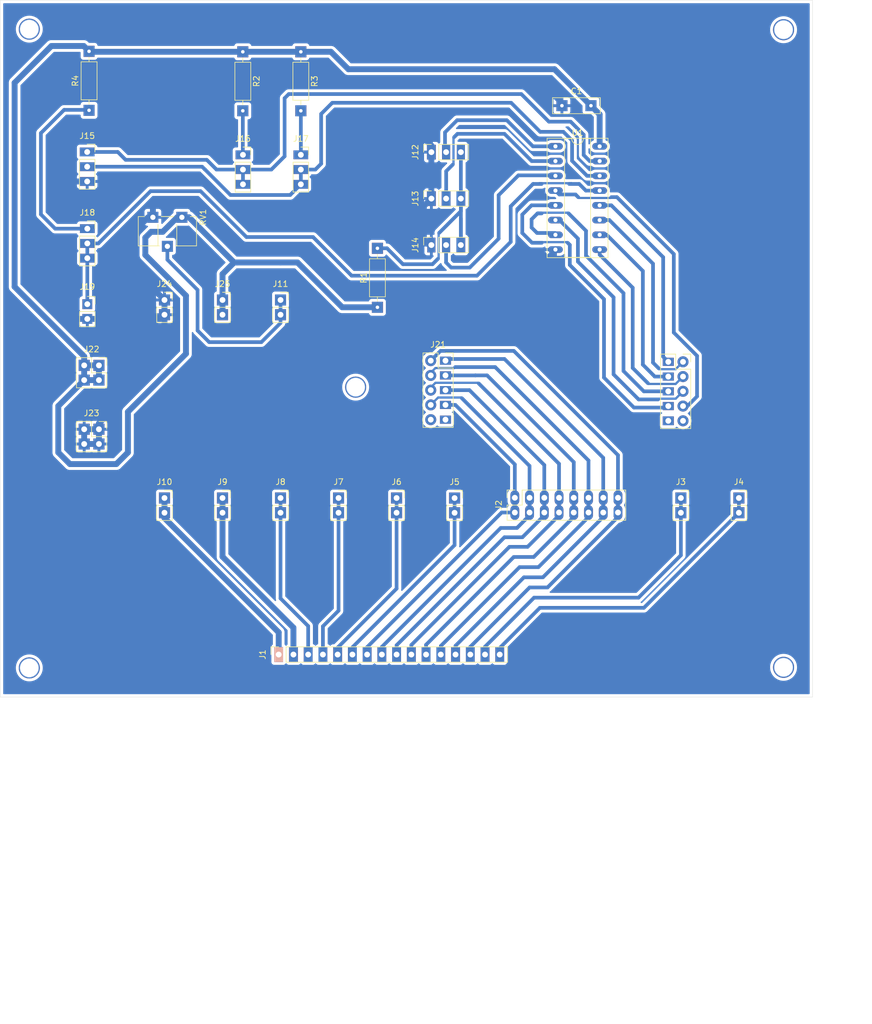
<source format=kicad_pcb>
(kicad_pcb (version 20240108) (generator "pcbnew") (generator_version "8.0")
  (layers (0 "F.Cu" signal) (31 "B.Cu" signal) (34 "B.Paste" user) (35 "F.Paste" user) (36 "B.SilkS" user "B.Silkscreen") (37 "F.SilkS" user "F.Silkscreen") (38 "B.Mask" user) (39 "F.Mask" user) (44 "Edge.Cuts" user))
  (net 0 "")
  (net 1 "GND")
  (net 2 "VCC")
  (net 3 "Net-(J1-Pin_1)")
  (net 4 "/PCF_CONN_BUS7")
  (net 5 "/PCF_CONN_BUS4")
  (net 6 "Net-(J1-Pin_15)")
  (net 7 "/PCF_CONN_BUS6")
  (net 8 "Net-(J1-Pin_5)")
  (net 9 "Net-(J1-Pin_3)")
  (net 10 "/PCF_CONN_BUS2")
  (net 11 "/PCF_CONN_BUS3")
  (net 12 "Net-(J1-Pin_6)")
  (net 13 "/PCF_CONN_BUS1")
  (net 14 "Net-(J1-Pin_4)")
  (net 15 "/PCF_CONN_BUS0")
  (net 16 "Net-(J1-Pin_16)")
  (net 17 "Net-(J1-Pin_2)")
  (net 18 "/PCF_CONN_BUS5")
  (net 19 "Net-(J11-Pin_1)")
  (net 20 "Net-(J12-Pin_2)")
  (net 21 "Net-(J12-Pin_3)")
  (net 22 "Net-(J13-Pin_2)")
  (net 23 "Net-(J14-Pin_2)")
  (net 24 "Net-(J15-Pin_2)")
  (net 25 "Net-(J15-Pin_1)")
  (net 26 "Net-(J16-Pin_1)")
  (net 27 "Net-(J17-Pin_1)")
  (net 28 "Net-(J18-Pin_2)")
  (net 29 "Net-(J18-Pin_1)")
  (net 31 "/PCF_SIGNAL_BUS3")
  (net 32 "/PCF_SIGNAL_BUS1")
  (net 33 "/PCF_SIGNAL_BUS5")
  (net 34 "/PCF_SIGNAL_BUS0")
  (net 35 "/PCF_SIGNAL_BUS6")
  (net 37 "/PCF_SIGNAL_BUS4")
  (net 38 "/PCF_SIGNAL_BUS7")
  (net 39 "/PCF_SIGNAL_BUS2")
  (footprint "Library:PinSocket_1x02_P2.54mm_Vertical_square" (layer "F.Cu") (at 60.3 64.74)
    (property "Reference" "J11")
    (property "Value" "PRV0")
  )
  (footprint "Connector_PinSocket_2.54mm:PinSocket_2x02_P2.54mm_Vertical" (layer "F.Cu") (at 29 87)
    (property "Reference" "J23")
    (property "Value" "GND")
  )
  (footprint "Library:R_Axial_DIN0207_L6.3mm_D2.5mm_P10.16mm_Horizontal_square" (layer "F.Cu") (at 27.3 32.08 90)
    (property "Reference" "R4")
    (property "Value" "10k")
  )
  (footprint "Library:PinSocket_1x02_P2.54mm_Vertical_square" (layer "F.Cu") (at 50.3 64.74)
    (property "Reference" "J25")
    (property "Value" "Vcc")
  )
  (footprint "Library:PinSocket_1x03_P2.54mm_Vertical" (layer "F.Cu") (at 86.3 47.28 90)
    (property "Reference" "J13")
    (property "Value" "A1")
  )
  (footprint "Capacitor_THT:C_Disc_D8.0mm_W2.5mm_P5.00mm" (layer "F.Cu") (at 108.8 31.28)
    (property "Reference" "C1")
    (property "Value" "47n")
  )
  (footprint "Library:PinSocket_1x02_P2.54mm_Vertical_square" (layer "F.Cu") (at 90.3 98.85)
    (property "Reference" "J5")
    (property "Value" "E")
  )
  (footprint "Connector_PinSocket_2.54mm:PinSocket_1x02_P2.54mm_Vertical" (layer "F.Cu") (at 27 65.46)
    (property "Reference" "J19")
    (property "Value" "INT")
  )
  (footprint "Connector_PinSocket_2.54mm:PinSocket_2x02_P2.54mm_Vertical" (layer "F.Cu") (at 29 76)
    (property "Reference" "J22")
    (property "Value" "Vcc")
  )
  (footprint "Library:PinSocket_1x03_P2.54mm_Vertical" (layer "F.Cu") (at 27 52.46)
    (property "Reference" "J18")
    (property "Value" "PULL UP")
  )
  (footprint "Library:PinSocket_2x05_P2.54mm_Vertical_LEZKA" (layer "F.Cu") (at 129.67 75.39)
    (property "Reference" "J20" (hide yes))
    (property "Value" "Conn_02x05_Counter_Clockwise" (hide yes))
  )
  (footprint "Library:R_Axial_DIN0207_L6.3mm_D2.5mm_P10.16mm_Horizontal_square" (layer "F.Cu") (at 53.8 22 -90)
    (property "Reference" "R2")
    (property "Value" "4,7k")
  )
  (footprint "Library:PinSocket_2x05_P2.54mm_Vertical_LEZKA" (layer "F.Cu") (at 88.73 75.19)
    (property "Reference" "J21")
    (property "Value" "Conn_02x05_Counter_Clockwise" (hide yes))
  )
  (footprint "Library:PinSocket_1x02_P2.54mm_Vertical_square" (layer "F.Cu") (at 50.3 98.84)
    (property "Reference" "J9")
    (property "Value" "Vdd")
  )
  (footprint "Library:PinSocket_1x03_P2.54mm_Vertical" (layer "F.Cu") (at 86.3 39.28 90)
    (property "Reference" "J12")
    (property "Value" "A0")
  )
  (footprint "Connector_PinSocket_2.54mm:PinSocket_1x16_P2.54mm_Vertical" (layer "F.Cu") (at 59.985 125.8 90)
    (property "Reference" "J1")
    (property "Value" "Złącze LCD")
  )
  (footprint "Package_DIP:DIP-16_W7.62mm_Socket_LongPads" (layer "F.Cu") (at 107.68 38.28)
    (property "Reference" "U1")
    (property "Value" "PCF8574")
  )
  (footprint "Library:PinSocket_1x02_P2.54mm_Vertical_square" (layer "F.Cu") (at 40.3 98.84)
    (property "Reference" "J10")
    (property "Value" "Vss")
  )
  (footprint "Library:PinSocket_1x03_P2.54mm_Vertical" (layer "F.Cu") (at 63.8 39.74)
    (property "Reference" "J17")
    (property "Value" "PULL UP")
  )
  (footprint "Library:PinSocket_1x03_P2.54mm_Vertical" (layer "F.Cu") (at 26.975 39.25)
    (property "Reference" "J15")
    (property "Value" "I2C")
  )
  (footprint "Library:PinSocket_1x02_P2.54mm_Vertical_square" (layer "F.Cu") (at 40.3 64.74)
    (property "Reference" "J24")
    (property "Value" "GND")
  )
  (footprint "Library:PinSocket_1x03_P2.54mm_Vertical" (layer "F.Cu") (at 86.295 55.28 90)
    (property "Reference" "J14")
    (property "Value" "A2")
  )
  (footprint "Library:PinSocket_1x02_P2.54mm_Vertical_square" (layer "F.Cu") (at 60.3 98.84)
    (property "Reference" "J8")
    (property "Value" "V0")
  )
  (footprint "Library:R_Axial_DIN0207_L6.3mm_D2.5mm_P10.16mm_Horizontal_square" (layer "F.Cu") (at 63.8 22 -90)
    (property "Reference" "R3")
    (property "Value" "4,7k")
  )
  (footprint "Library:R_Axial_DIN0207_L6.3mm_D2.5mm_P10.16mm_Horizontal_square" (layer "F.Cu") (at 77 66 90)
    (property "Reference" "R1")
    (property "Value" "10k")
  )
  (footprint "Library:PinSocket_1x03_P2.54mm_Vertical" (layer "F.Cu") (at 53.825 39.74)
    (property "Reference" "J16")
    (property "Value" "PULL UP")
  )
  (footprint "Connector_PinSocket_2.54mm:PinSocket_2x08_P2.54mm_Vertical" (layer "F.Cu") (at 100.68 98.8 90)
    (property "Reference" "J2")
    (property "Value" "Conn_02x08_Counter_Clockwise" (hide yes))
  )
  (footprint "Library:PinSocket_1x02_P2.54mm_Vertical_square" (layer "F.Cu") (at 70.3 98.84)
    (property "Reference" "J7")
    (property "Value" "RS")
  )
  (footprint "Library:PinSocket_1x02_P2.54mm_Vertical_square" (layer "F.Cu") (at 139.3 98.84)
    (property "Reference" "J4")
    (property "Value" "K")
  )
  (footprint "Library:PinSocket_1x02_P2.54mm_Vertical_square" (layer "F.Cu") (at 129.3 98.84)
    (property "Reference" "J3")
    (property "Value" "A")
  )
  (footprint "Potentiometer_THT:Potentiometer_ACP_CA9-H5_Horizontal" (layer "F.Cu") (at 43.3 50.5 -90)
    (property "Reference" "RV1")
    (property "Value" "10k")
  )
  (footprint "Library:PinSocket_1x02_P2.54mm_Vertical_square" (layer "F.Cu") (at 80.3 98.84)
    (property "Reference" "J6")
    (property "Value" "RW")
  )
  (gr_rect (start 12 13.13) (end 152 133.13) (stroke (width 0.05)) (fill none) (layer "Edge.Cuts"))
  (via (at 17 18.1) (size 3.635) (drill 3.2) (layers "F.Cu" "B.Cu") (net 0))
  (via (at 147 128) (size 3.635) (drill 3.2) (layers "F.Cu" "B.Cu") (net 0))
  (via (at 17 128.1) (size 3.635) (drill 3.2) (layers "F.Cu" "B.Cu") (net 0))
  (via (at 73.25 79.75) (size 3.635) (drill 3.2) (layers "F.Cu" "B.Cu") (net 0))
  (via (at 147 18.2) (size 3.635) (drill 3.2) (layers "F.Cu" "B.Cu") (net 0))
  (segment (start 29 87) (end 29 89.54) (width 1.016) (layer "B.Cu") (net 1))
  (segment (start 30.5 34.25) (end 30.5 29.5) (width 1.016) (layer "B.Cu") (net 1))
  (segment (start 108.8 30.8) (end 108.8 31.28) (width 1.016) (layer "B.Cu") (net 1))
  (segment (start 17.4125 34.5875) (end 24.72 27.28) (width 1.016) (layer "B.Cu") (net 1))
  (segment (start 38.3 50.5) (end 38.3 48.7) (width 1.016) (layer "B.Cu") (net 1))
  (segment (start 34 44.33) (end 47.095064 44.33) (width 1.016) (layer "B.Cu") (net 1))
  (segment (start 30.5 29.5) (end 28.28 27.28) (width 1.016) (layer "B.Cu") (net 1))
  (segment (start 39 48) (end 45.92 48) (width 1.016) (layer "B.Cu") (net 1))
  (segment (start 28 27.28) (end 105.28 27.28) (width 1.016) (layer "B.Cu") (net 1))
  (segment (start 21.5 44.75) (end 21.5 36.75) (width 1.016) (layer "B.Cu") (net 1))
  (segment (start 47.095064 44.33) (end 54.645064 51.88) (width 1.016) (layer "B.Cu") (net 1))
  (segment (start 40.3 67.28) (end 40.3 74.7) (width 1.016) (layer "B.Cu") (net 1))
  (segment (start 86.3 38.15) (end 86.3 39.28) (width 1.016) (layer "B.Cu") (net 1))
  (segment (start 25.134 68) (end 24 66.866) (width 1.016) (layer "B.Cu") (net 1))
  (segment (start 105.28 27.28) (end 108.8 30.8) (width 1.016) (layer "B.Cu") (net 1))
  (segment (start 21.5 44.75) (end 21.92 44.33) (width 1.016) (layer "B.Cu") (net 1))
  (segment (start 101.776 62.1445) (end 107.68 56.2405) (width 1.016) (layer "B.Cu") (net 1))
  (segment (start 38.3 48.7) (end 39 48) (width 1.016) (layer "B.Cu") (net 1))
  (segment (start 85 48.58) (end 85 54.330468) (width 1.016) (layer "B.Cu") (net 1))
  (segment (start 85 54.330468) (end 85.949532 55.28) (width 1.016) (layer "B.Cu") (net 1))
  (segment (start 26.46 87) (end 26.46 89.54) (width 1.016) (layer "B.Cu") (net 1))
  (segment (start 26.46 89.54) (end 29 89.54) (width 1.016) (layer "B.Cu") (net 1))
  (segment (start 86.3 47.28) (end 86.3 39.28) (width 1.016) (layer "B.Cu") (net 1))
  (segment (start 24 59) (end 17.4125 52.4125) (width 1.016) (layer "B.Cu") (net 1))
  (segment (start 37.5 50.5) (end 35 53) (width 1.016) (layer "B.Cu") (net 1))
  (segment (start 24 47.25) (end 31.08 47.25) (width 1.016) (layer "B.Cu") (net 1))
  (segment (start 39.58 68) (end 40.3 67.28) (width 1.016) (layer "B.Cu") (net 1))
  (segment (start 27 68) (end 25.134 68) (width 1.016) (layer "B.Cu") (net 1))
  (segment (start 17.4125 52.4125) (end 17.4125 34.5875) (width 1.016) (layer "B.Cu") (net 1))
  (segment (start 24.72 27.28) (end 28 27.28) (width 1.016) (layer "B.Cu") (net 1))
  (segment (start 83.59 35.44) (end 86.3 38.15) (width 1.016) (layer "B.Cu") (net 1))
  (segment (start 54.645064 51.88) (end 60.84 51.88) (width 1.016) (layer "B.Cu") (net 1))
  (segment (start 22.75 35.5) (end 29.25 35.5) (width 1.016) (layer "B.Cu") (net 1))
  (segment (start 26.46 87) (end 29 87) (width 1.016) (layer "B.Cu") (net 1))
  (segment (start 29.25 35.5) (end 30.5 34.25) (width 1.016) (layer "B.Cu") (net 1))
  (segment (start 38.3 50.5) (end 37.5 50.5) (width 1.016) (layer "B.Cu") (net 1))
  (segment (start 21.92 44.33) (end 26.975 44.33) (width 1.016) (layer "B.Cu") (net 1))
  (segment (start 40.3 74.7) (end 29 86) (width 1.016) (layer "B.Cu") (net 1))
  (segment (start 29 86) (end 29 87) (width 1.016) (layer "B.Cu") (net 1))
  (segment (start 27 68) (end 39.58 68) (width 1.016) (layer "B.Cu") (net 1))
  (segment (start 21.5 44.75) (end 24 47.25) (width 1.016) (layer "B.Cu") (net 1))
  (segment (start 35 59.44) (end 40.3 64.74) (width 1.016) (layer "B.Cu") (net 1))
  (segment (start 70.1445 62.1445) (end 101.776 62.1445) (width 1.016) (layer "B.Cu") (net 1))
  (segment (start 60.84 51.88) (end 77.28 35.44) (width 1.016) (layer "B.Cu") (net 1))
  (segment (start 45.92 48) (end 53.86 55.94) (width 1.016) (layer "B.Cu") (net 1))
  (segment (start 86.3 47.28) (end 85 48.58) (width 1.016) (layer "B.Cu") (net 1))
  (segment (start 63.94 55.94) (end 70.1445 62.1445) (width 1.016) (layer "B.Cu") (net 1))
  (segment (start 53.86 55.94) (end 63.94 55.94) (width 1.016) (layer "B.Cu") (net 1))
  (segment (start 28.28 27.28) (end 28 27.28) (width 1.016) (layer "B.Cu") (net 1))
  (segment (start 86.3 47.28) (end 86.3 47.255) (width 1.016) (layer "B.Cu") (net 1))
  (segment (start 35 53) (end 35 59.44) (width 1.016) (layer "B.Cu") (net 1))
  (segment (start 24 66.866) (end 24 59) (width 1.016) (layer "B.Cu") (net 1))
  (segment (start 40.3 64.74) (end 40.3 67.28) (width 1.016) (layer "B.Cu") (net 1))
  (segment (start 31.08 47.25) (end 34 44.33) (width 1.016) (layer "B.Cu") (net 1))
  (segment (start 21.5 36.75) (end 22.75 35.5) (width 1.016) (layer "B.Cu") (net 1))
  (segment (start 77.28 35.44) (end 83.59 35.44) (width 1.016) (layer "B.Cu") (net 1))
  (segment (start 52.3 58.28) (end 52.8 58.28) (width 1.016) (layer "B.Cu") (net 2))
  (segment (start 26.46 76) (end 29 76) (width 1.016) (layer "B.Cu") (net 2))
  (segment (start 113.8 31.28) (end 107.52 25) (width 1.016) (layer "B.Cu") (net 2))
  (segment (start 29 76) (end 29 78.54) (width 1.016) (layer "B.Cu") (net 2))
  (segment (start 14.47 27.34) (end 14.47 62.47) (width 1.016) (layer "B.Cu") (net 2))
  (segment (start 70.94 66) (end 64.08 59.14) (width 1.016) (layer "B.Cu") (net 2))
  (segment (start 68.99 22) (end 27.38 22) (width 1.016) (layer "B.Cu") (net 2))
  (segment (start 77 66) (end 70.94 66) (width 1.016) (layer "B.Cu") (net 2))
  (segment (start 27.38 22) (end 27.3 21.92) (width 1.016) (layer "B.Cu") (net 2))
  (segment (start 22 91) (end 22 83) (width 1.016) (layer "B.Cu") (net 2))
  (segment (start 22 83) (end 26.46 78.54) (width 1.016) (layer "B.Cu") (net 2))
  (segment (start 63.22 58.28) (end 64.08 59.14) (width 1.016) (layer "B.Cu") (net 2))
  (segment (start 14.47 62.47) (end 26.46 74.46) (width 1.016) (layer "B.Cu") (net 2))
  (segment (start 20.81 21) (end 14.47 27.34) (width 1.016) (layer "B.Cu") (net 2))
  (segment (start 50.3 60.28) (end 52.3 58.28) (width 1.016) (layer "B.Cu") (net 2))
  (segment (start 26.46 78.54) (end 26.46 76) (width 1.016) (layer "B.Cu") (net 2))
  (segment (start 71.99 25) (end 68.99 22) (width 1.016) (layer "B.Cu") (net 2))
  (segment (start 42.5 50.5) (end 40 53) (width 1.016) (layer "B.Cu") (net 2))
  (segment (start 50.3 64.74) (end 50.3 60.28) (width 1.016) (layer "B.Cu") (net 2))
  (segment (start 50.3 67.28) (end 50.3 64.74) (width 1.016) (layer "B.Cu") (net 2))
  (segment (start 26.38 21) (end 20.81 21) (width 1.016) (layer "B.Cu") (net 2))
  (segment (start 32 93) (end 24 93) (width 1.016) (layer "B.Cu") (net 2))
  (segment (start 60.29 58.28) (end 63.22 58.28) (width 1.016) (layer "B.Cu") (net 2))
  (segment (start 26.46 78.54) (end 29 78.54) (width 1.016) (layer "B.Cu") (net 2))
  (segment (start 26.46 74.46) (end 26.46 76) (width 1.016) (layer "B.Cu") (net 2))
  (segment (start 43.3 50.5) (end 42.5 50.5) (width 1.016) (layer "B.Cu") (net 2))
  (segment (start 44 74) (end 34 84) (width 1.016) (layer "B.Cu") (net 2))
  (segment (start 40 53) (end 38 53) (width 1.016) (layer "B.Cu") (net 2))
  (segment (start 115.3 32.78) (end 113.8 31.28) (width 1.016) (layer "B.Cu") (net 2))
  (segment (start 37 56.995) (end 44 63.995) (width 1.016) (layer "B.Cu") (net 2))
  (segment (start 115.3 38.28) (end 115.3 32.78) (width 1.016) (layer "B.Cu") (net 2))
  (segment (start 107.52 25) (end 71.99 25) (width 1.016) (layer "B.Cu") (net 2))
  (segment (start 24 93) (end 22 91) (width 1.016) (layer "B.Cu") (net 2))
  (segment (start 27.3 21.92) (end 26.38 21) (width 1.016) (layer "B.Cu") (net 2))
  (segment (start 34 91) (end 32 93) (width 1.016) (layer "B.Cu") (net 2))
  (segment (start 34 84) (end 34 91) (width 1.016) (layer "B.Cu") (net 2))
  (segment (start 52.8 58.28) (end 60.29 58.28) (width 1.016) (layer "B.Cu") (net 2))
  (segment (start 44.52 50.5) (end 52.3 58.28) (width 1.016) (layer "B.Cu") (net 2))
  (segment (start 37 54) (end 37 56.995) (width 1.016) (layer "B.Cu") (net 2))
  (segment (start 43.3 50.5) (end 44.52 50.5) (width 1.016) (layer "B.Cu") (net 2))
  (segment (start 44 63.995) (end 44 74) (width 1.016) (layer "B.Cu") (net 2))
  (segment (start 38 53) (end 37 54) (width 1.016) (layer "B.Cu") (net 2))
  (segment (start 40.3 98.84) (end 40.3 101.38) (width 1.016) (layer "B.Cu") (net 3))
  (segment (start 40.3 102.3) (end 59.985 121.985) (width 1.016) (layer "B.Cu") (net 3))
  (segment (start 40.3 101.38) (end 40.3 102.3) (width 1.016) (layer "B.Cu") (net 3))
  (segment (start 59.985 121.985) (end 59.985 125.8) (width 1.016) (layer "B.Cu") (net 3))
  (segment (start 93.005 124.47) (end 93.005 125.8) (width 0.635) (layer "B.Cu") (net 4))
  (segment (start 118.46 102.102) (end 106.312 114.25) (width 0.635) (layer "B.Cu") (net 4))
  (segment (start 118.46 98.8) (end 118.46 91.46) (width 0.635) (layer "B.Cu") (net 4))
  (segment (start 118.46 91.46) (end 100.506 73.506) (width 0.635) (layer "B.Cu") (net 4))
  (segment (start 103.225 114.25) (end 93.005 124.47) (width 0.635) (layer "B.Cu") (net 4))
  (segment (start 106.312 114.25) (end 103.225 114.25) (width 0.635) (layer "B.Cu") (net 4))
  (segment (start 100.506 73.506) (end 87.874 73.506) (width 0.635) (layer "B.Cu") (net 4))
  (segment (start 118.46 101.34) (end 118.46 98.8) (width 0.635) (layer "B.Cu") (net 4))
  (segment (start 118.46 101.34) (end 118.46 102.102) (width 0.635) (layer "B.Cu") (net 4))
  (segment (start 87.874 73.506) (end 86.19 75.19) (width 0.635) (layer "B.Cu") (net 4))
  (segment (start 110.84 102.102) (end 103.942 109) (width 0.635) (layer "B.Cu") (net 5))
  (segment (start 93.894344 77.73) (end 93.896344 77.728) (width 0.635) (layer "B.Cu") (net 5))
  (segment (start 100.5 109) (end 85.385 124.115) (width 0.635) (layer "B.Cu") (net 5))
  (segment (start 110.84 92.665) (end 110.84 98.8) (width 0.635) (layer "B.Cu") (net 5))
  (segment (start 110.84 101.34) (end 110.84 98.8) (width 0.635) (layer "B.Cu") (net 5))
  (segment (start 88.73 77.73) (end 93.894344 77.73) (width 0.635) (layer "B.Cu") (net 5))
  (segment (start 85.385 124.115) (end 85.385 125.8) (width 0.635) (layer "B.Cu") (net 5))
  (segment (start 110.84 101.34) (end 110.84 102.102) (width 0.635) (layer "B.Cu") (net 5))
  (segment (start 93.896344 77.728) (end 95.903 77.728) (width 0.635) (layer "B.Cu") (net 5))
  (segment (start 95.903 77.728) (end 110.84 92.665) (width 0.635) (layer "B.Cu") (net 5))
  (segment (start 103.942 109) (end 100.5 109) (width 0.635) (layer "B.Cu") (net 5))
  (segment (start 129.3 101.38) (end 129.3 98.84) (width 0.635) (layer "B.Cu") (net 6))
  (segment (start 104 116) (end 95.545 124.455) (width 0.635) (layer "B.Cu") (net 6))
  (segment (start 129.3 101.38) (end 129.3 108.7) (width 0.635) (layer "B.Cu") (net 6))
  (segment (start 122 116) (end 104 116) (width 0.635) (layer "B.Cu") (net 6))
  (segment (start 129.3 108.7) (end 122 116) (width 0.635) (layer "B.Cu") (net 6))
  (segment (start 95.545 124.455) (end 95.545 125.8) (width 0.635) (layer "B.Cu") (net 6))
  (segment (start 102.25 112.5) (end 90.465 124.285) (width 0.635) (layer "B.Cu") (net 7))
  (segment (start 115.92 91.92) (end 115.92 98.8) (width 0.635) (layer "B.Cu") (net 7))
  (segment (start 89.017 74.903) (end 98.903 74.903) (width 0.635) (layer "B.Cu") (net 7))
  (segment (start 115.92 101.34) (end 115.92 102.102) (width 0.635) (layer "B.Cu") (net 7))
  (segment (start 88.73 75.19) (end 89.017 74.903) (width 0.635) (layer "B.Cu") (net 7))
  (segment (start 90.465 124.285) (end 90.465 125.8) (width 0.635) (layer "B.Cu") (net 7))
  (segment (start 115.92 102.102) (end 105.522 112.5) (width 0.635) (layer "B.Cu") (net 7))
  (segment (start 98.903 74.903) (end 115.92 91.92) (width 0.635) (layer "B.Cu") (net 7))
  (segment (start 105.522 112.5) (end 102.25 112.5) (width 0.635) (layer "B.Cu") (net 7))
  (segment (start 115.92 101.34) (end 115.92 98.8) (width 0.635) (layer "B.Cu") (net 7))
  (segment (start 80.3 101.38) (end 80.3 98.84) (width 0.635) (layer "B.Cu") (net 8))
  (segment (start 80.3 114.45) (end 70.145 124.605) (width 0.635) (layer "B.Cu") (net 8))
  (segment (start 80.3 101.38) (end 80.3 114.45) (width 0.635) (layer "B.Cu") (net 8))
  (segment (start 70.145 124.605) (end 70.145 125.8) (width 0.635) (layer "B.Cu") (net 8))
  (segment (start 60.3 98.84) (end 60.3 101.38) (width 0.635) (layer "B.Cu") (net 9))
  (segment (start 65.065 120.895) (end 65.065 125.8) (width 0.635) (layer "B.Cu") (net 9))
  (segment (start 60.3 116.13) (end 65.065 120.895) (width 0.635) (layer "B.Cu") (net 9))
  (segment (start 60.3 101.38) (end 60.3 116.13) (width 0.635) (layer "B.Cu") (net 9))
  (segment (start 88.73 80.27) (end 92.863586 80.27) (width 0.635) (layer "B.Cu") (net 10))
  (segment (start 80.305 124.195) (end 80.305 125.8) (width 0.635) (layer "B.Cu") (net 10))
  (segment (start 101.990367 105.603) (end 98.897 105.603) (width 0.635) (layer "B.Cu") (net 10))
  (segment (start 105.76 101.34) (end 105.76 98.8) (width 0.635) (layer "B.Cu") (net 10))
  (segment (start 105.76 93.166414) (end 105.76 98.8) (width 0.635) (layer "B.Cu") (net 10))
  (segment (start 105.76 101.34) (end 105.76 101.833367) (width 0.635) (layer "B.Cu") (net 10))
  (segment (start 98.897 105.603) (end 80.305 124.195) (width 0.635) (layer "B.Cu") (net 10))
  (segment (start 92.863586 80.27) (end 105.76 93.166414) (width 0.635) (layer "B.Cu") (net 10))
  (segment (start 105.76 101.833367) (end 101.990367 105.603) (width 0.635) (layer "B.Cu") (net 10))
  (segment (start 87 79) (end 86.19 79.81) (width 0.381) (layer "B.Cu") (net 11))
  (segment (start 82.845 124.155) (end 82.845 125.8) (width 0.635) (layer "B.Cu") (net 11))
  (segment (start 102.883367 107.25) (end 99.75 107.25) (width 0.635) (layer "B.Cu") (net 11))
  (segment (start 108.3 101.833367) (end 102.883367 107.25) (width 0.635) (layer "B.Cu") (net 11))
  (segment (start 99.75 107.25) (end 82.845 124.155) (width 0.635) (layer "B.Cu") (net 11))
  (segment (start 108.3 101.34) (end 108.3 101.833367) (width 0.635) (layer "B.Cu") (net 11))
  (segment (start 94.475 79.275) (end 94.475 79.125) (width 0.381) (layer "B.Cu") (net 11))
  (segment (start 94.475 79.125) (end 108.3 92.95) (width 0.635) (layer "B.Cu") (net 11))
  (segment (start 108.3 92.95) (end 108.3 98.8) (width 0.635) (layer "B.Cu") (net 11))
  (segment (start 94.35 79) (end 87 79) (width 0.381) (layer "B.Cu") (net 11))
  (segment (start 108.3 101.34) (end 108.3 98.8) (width 0.635) (layer "B.Cu") (net 11))
  (segment (start 94.475 79.125) (end 94.35 79) (width 0.381) (layer "B.Cu") (net 11))
  (segment (start 90.3 101.39) (end 90.3 106.95) (width 0.635) (layer "B.Cu") (net 12))
  (segment (start 72.685 124.565) (end 72.685 125.8) (width 0.635) (layer "B.Cu") (net 12))
  (segment (start 90.3 106.95) (end 72.685 124.565) (width 0.635) (layer "B.Cu") (net 12))
  (segment (start 90.3 101.39) (end 90.3 98.85) (width 0.635) (layer "B.Cu") (net 12))
  (segment (start 77.765 124.485) (end 77.765 125.8) (width 0.635) (layer "B.Cu") (net 13))
  (segment (start 103.22 101.34) (end 103.22 101.833367) (width 0.635) (layer "B.Cu") (net 13))
  (segment (start 91.44 81.54) (end 91.567 81.667) (width 0.381) (layer "B.Cu") (net 13))
  (segment (start 103.22 101.833367) (end 101.053367 104) (width 0.635) (layer "B.Cu") (net 13))
  (segment (start 103.22 93.32) (end 91.567 81.667) (width 0.635) (layer "B.Cu") (net 13))
  (segment (start 87.46 81.54) (end 91.44 81.54) (width 0.381) (layer "B.Cu") (net 13))
  (segment (start 103.22 101.34) (end 103.22 98.8) (width 0.635) (layer "B.Cu") (net 13))
  (segment (start 101.053367 104) (end 98.25 104) (width 0.635) (layer "B.Cu") (net 13))
  (segment (start 98.25 104) (end 77.765 124.485) (width 0.635) (layer "B.Cu") (net 13))
  (segment (start 86.19 82.81) (end 87.46 81.54) (width 0.381) (layer "B.Cu") (net 13))
  (segment (start 103.22 98.8) (end 103.22 93.32) (width 0.635) (layer "B.Cu") (net 13))
  (segment (start 67.605 120.935) (end 67.605 125.8) (width 0.635) (layer "B.Cu") (net 14))
  (segment (start 70.3 101.38) (end 70.3 118.24) (width 0.635) (layer "B.Cu") (net 14))
  (segment (start 70.3 118.24) (end 67.605 120.935) (width 0.635) (layer "B.Cu") (net 14))
  (segment (start 70.3 98.84) (end 70.3 101.38) (width 0.635) (layer "B.Cu") (net 14))
  (segment (start 100.68 101.34) (end 98.41 101.34) (width 0.635) (layer "B.Cu") (net 15))
  (segment (start 88.73 82.81) (end 90.435 82.81) (width 0.635) (layer "B.Cu") (net 15))
  (segment (start 90.435 82.81) (end 100.68 93.055) (width 0.635) (layer "B.Cu") (net 15))
  (segment (start 98.41 101.34) (end 75.225 124.525) (width 0.635) (layer "B.Cu") (net 15))
  (segment (start 100.68 101.34) (end 100.68 98.8) (width 0.635) (layer "B.Cu") (net 15))
  (segment (start 75.225 124.525) (end 75.225 125.8) (width 0.635) (layer "B.Cu") (net 15))
  (segment (start 100.68 93.055) (end 100.68 98.8) (width 0.635) (layer "B.Cu") (net 15))
  (segment (start 122.93 117.75) (end 139.3 101.38) (width 0.635) (layer "B.Cu") (net 16))
  (segment (start 98.085 124.665) (end 105 117.75) (width 0.635) (layer "B.Cu") (net 16))
  (segment (start 139.3 101.38) (end 139.3 98.84) (width 0.635) (layer "B.Cu") (net 16))
  (segment (start 98.085 125.8) (end 98.085 124.665) (width 0.635) (layer "B.Cu") (net 16))
  (segment (start 105 117.75) (end 122.93 117.75) (width 0.635) (layer "B.Cu") (net 16))
  (segment (start 62.525 121.175) (end 62.525 125.8) (width 1.016) (layer "B.Cu") (net 17))
  (segment (start 50.3 98.84) (end 50.3 101.38) (width 1.016) (layer "B.Cu") (net 17))
  (segment (start 50.3 108.95) (end 62.525 121.175) (width 1.016) (layer "B.Cu") (net 17))
  (segment (start 50.3 101.38) (end 50.3 108.95) (width 1.016) (layer "B.Cu") (net 17))
  (segment (start 90.406 76.3) (end 90.246 76.46) (width 0.381) (layer "B.Cu") (net 18))
  (segment (start 104.75 110.75) (end 101.5 110.75) (width 0.635) (layer "B.Cu") (net 18))
  (segment (start 90.373 76.333) (end 90.406 76.3) (width 0.381) (layer "B.Cu") (net 18))
  (segment (start 90.246 76.46) (end 87 76.46) (width 0.381) (layer "B.Cu") (net 18))
  (segment (start 97.3 76.3) (end 90.406 76.3) (width 0.635) (layer "B.Cu") (net 18))
  (segment (start 101.5 110.75) (end 87.925 124.325) (width 0.635) (layer "B.Cu") (net 18))
  (segment (start 87.925 124.325) (end 87.925 125.8) (width 0.635) (layer "B.Cu") (net 18))
  (segment (start 87 76.46) (end 86.19 77.27) (width 0.381) (layer "B.Cu") (net 18))
  (segment (start 113.38 101.34) (end 113.38 102.12) (width 0.635) (layer "B.Cu") (net 18))
  (segment (start 113.38 92.38) (end 97.3 76.3) (width 0.635) (layer "B.Cu") (net 18))
  (segment (start 86.19 77.27) (end 86.19 77.73) (width 0.381) (layer "B.Cu") (net 18))
  (segment (start 113.38 98.8) (end 113.38 92.38) (width 0.635) (layer "B.Cu") (net 18))
  (segment (start 113.38 101.34) (end 113.38 98.8) (width 0.635) (layer "B.Cu") (net 18))
  (segment (start 113.38 102.12) (end 104.75 110.75) (width 0.635) (layer "B.Cu") (net 18))
  (segment (start 60.3 64.74) (end 60.3 67.28) (width 0.635) (layer "B.Cu") (net 19))
  (segment (start 46 63) (end 46 70) (width 0.635) (layer "B.Cu") (net 19))
  (segment (start 48 72) (end 57 72) (width 0.635) (layer "B.Cu") (net 19))
  (segment (start 40.8 55.5) (end 40.8 57.8) (width 0.635) (layer "B.Cu") (net 19))
  (segment (start 57 72) (end 60.3 68.7) (width 0.635) (layer "B.Cu") (net 19))
  (segment (start 46 70) (end 48 72) (width 0.635) (layer "B.Cu") (net 19))
  (segment (start 60.3 68.7) (end 60.3 67.28) (width 0.635) (layer "B.Cu") (net 19))
  (segment (start 40.8 57.8) (end 46 63) (width 0.635) (layer "B.Cu") (net 19))
  (segment (start 90.74 33.78) (end 88.65 35.87) (width 0.635) (layer "B.Cu") (net 20))
  (segment (start 88.65 39.09) (end 88.84 39.28) (width 0.635) (layer "B.Cu") (net 20))
  (segment (start 103.8 38.28) (end 99.3 33.78) (width 0.635) (layer "B.Cu") (net 20))
  (segment (start 88.65 35.87) (end 88.65 39.09) (width 0.635) (layer "B.Cu") (net 20))
  (segment (start 99.3 33.78) (end 90.74 33.78) (width 0.635) (layer "B.Cu") (net 20))
  (segment (start 107.68 38.28) (end 103.8 38.28) (width 0.635) (layer "B.Cu") (net 20))
  (segment (start 87.65 53.18) (end 91.38 49.45) (width 0.635) (layer "B.Cu") (net 21))
  (segment (start 81.4 58.58) (end 78.66 55.84) (width 0.635) (layer "B.Cu") (net 21))
  (segment (start 91.38 39.28) (end 91.38 47.28) (width 0.635) (layer "B.Cu") (net 21))
  (segment (start 87.55 57.53) (end 87.438 57.642) (width 0.381) (layer "B.Cu") (net 21))
  (segment (start 87.55 53.28) (end 87.55 57.53) (width 0.381) (layer "B.Cu") (net 21))
  (segment (start 91.38 49.45) (end 91.38 47.28) (width 0.635) (layer "B.Cu") (net 21))
  (segment (start 86.5 58.58) (end 81.4 58.58) (width 0.635) (layer "B.Cu") (net 21))
  (segment (start 78.66 55.84) (end 77 55.84) (width 0.635) (layer "B.Cu") (net 21))
  (segment (start 87.438 57.642) (end 86.5 58.58) (width 0.635) (layer "B.Cu") (net 21))
  (segment (start 87.65 53.18) (end 87.55 53.28) (width 0.381) (layer "B.Cu") (net 21))
  (segment (start 91.375 50.705) (end 91.375 55.28) (width 0.635) (layer "B.Cu") (net 21))
  (segment (start 87.65 53.295) (end 87.65 53.18) (width 0.381) (layer "B.Cu") (net 21))
  (segment (start 91.38 55.275) (end 91.375 55.28) (width 0.635) (layer "B.Cu") (net 21))
  (segment (start 91.38 47.28) (end 91.38 55.275) (width 0.635) (layer "B.Cu") (net 21))
  (segment (start 90.11 41.303) (end 89.983 41.43) (width 0.381) (layer "B.Cu") (net 22))
  (segment (start 88.85 42.563) (end 88.85 47.27) (width 0.635) (layer "B.Cu") (net 22))
  (segment (start 89.983 41.43) (end 88.85 42.563) (width 0.635) (layer "B.Cu") (net 22))
  (segment (start 88.84 47.28) (end 88.84 47.091274) (width 0.635) (layer "B.Cu") (net 22))
  (segment (start 90.23 36.69) (end 90.11 36.81) (width 0.381) (layer "B.Cu") (net 22))
  (segment (start 90.79 36.13) (end 98.9 36.13) (width 0.635) (layer "B.Cu") (net 22))
  (segment (start 88.85 47.27) (end 88.84 47.28) (width 0.635) (layer "B.Cu") (net 22))
  (segment (start 90.23 36.69) (end 90.79 36.13) (width 0.635) (layer "B.Cu") (net 22))
  (segment (start 103.59 40.82) (end 107.68 40.82) (width 0.635) (layer "B.Cu") (net 22))
  (segment (start 98.9 36.13) (end 103.59 40.82) (width 0.635) (layer "B.Cu") (net 22))
  (segment (start 90.11 36.81) (end 90.11 41.303) (width 0.381) (layer "B.Cu") (net 22))
  (segment (start 97.89 46.69) (end 101.3 43.28) (width 0.635) (layer "B.Cu") (net 23))
  (segment (start 89.705 59.16) (end 92.91 59.16) (width 0.635) (layer "B.Cu") (net 23))
  (segment (start 101.3 43.28) (end 107.6 43.28) (width 0.635) (layer "B.Cu") (net 23))
  (segment (start 88.835 55.28) (end 88.835 58.29) (width 0.635) (layer "B.Cu") (net 23))
  (segment (start 88.835 58.29) (end 89.705 59.16) (width 0.635) (layer "B.Cu") (net 23))
  (segment (start 107.6 43.28) (end 107.68 43.36) (width 0.635) (layer "B.Cu") (net 23))
  (segment (start 97.89 54.18) (end 97.89 46.69) (width 0.635) (layer "B.Cu") (net 23))
  (segment (start 92.91 59.16) (end 97.89 54.18) (width 0.635) (layer "B.Cu") (net 23))
  (segment (start 106.55 34.03) (end 110.3 34.03) (width 0.635) (layer "B.Cu") (net 24))
  (segment (start 33.603 40.603) (end 32.25 39.25) (width 0.635) (layer "B.Cu") (net 24))
  (segment (start 61.72 29.28) (end 101.8 29.28) (width 0.635) (layer "B.Cu") (net 24))
  (segment (start 112.55 39.78) (end 113.59 40.82) (width 0.635) (layer "B.Cu") (net 24))
  (segment (start 53.825 42.28) (end 53.825 44.82) (width 0.635) (layer "B.Cu") (net 24))
  (segment (start 26.975 39.445) (end 26.975 39.025) (width 1.016) (layer "B.Cu") (net 24))
  (segment (start 112.55 36.28) (end 112.55 39.78) (width 0.635) (layer "B.Cu") (net 24))
  (segment (start 47.588784 40.603) (end 33.603 40.603) (width 0.635) (layer "B.Cu") (net 24))
  (segment (start 58.72 42.28) (end 61 40) (width 0.635) (layer "B.Cu") (net 24))
  (segment (start 53.825 42.28) (end 58.72 42.28) (width 0.635) (layer "B.Cu") (net 24))
  (segment (start 110.3 34.03) (end 112.55 36.28) (width 0.635) (layer "B.Cu") (net 24))
  (segment (start 101.8 29.28) (end 106.55 34.03) (width 0.635) (layer "B.Cu") (net 24))
  (segment (start 113.59 40.82) (end 115.3 40.82) (width 0.635) (layer "B.Cu") (net 24))
  (segment (start 53.825 42.28) (end 49.265784 42.28) (width 0.635) (layer "B.Cu") (net 24))
  (segment (start 49.265784 42.28) (end 47.588784 40.603) (width 0.635) (layer "B.Cu") (net 24))
  (segment (start 32.25 39.25) (end 26.975 39.25) (width 0.635) (layer "B.Cu") (net 24))
  (segment (start 61 40) (end 61 30) (width 0.635) (layer "B.Cu") (net 24))
  (segment (start 61 30) (end 61.72 29.28) (width 0.635) (layer "B.Cu") (net 24))
  (segment (start 110.55 37.28) (end 109.05 35.78) (width 0.635) (layer "B.Cu") (net 25))
  (segment (start 47.260128 42.25) (end 47.25 42.25) (width 0.635) (layer "B.Cu") (net 25))
  (segment (start 47.25 42.25) (end 46.79 41.79) (width 0.635) (layer "B.Cu") (net 25))
  (segment (start 67.3 41.28) (end 66.3 42.28) (width 0.635) (layer "B.Cu") (net 25))
  (segment (start 51.671628 46.6615) (end 47.260128 42.25) (width 0.635) (layer "B.Cu") (net 25))
  (segment (start 61.9585 46.6615) (end 51.671628 46.6615) (width 0.635) (layer "B.Cu") (net 25))
  (segment (start 63.8 42.28) (end 63.8 44.82) (width 0.635) (layer "B.Cu") (net 25))
  (segment (start 66.3 42.28) (end 63.8 42.28) (width 0.635) (layer "B.Cu") (net 25))
  (segment (start 46.79 41.79) (end 26.975 41.79) (width 0.635) (layer "B.Cu") (net 25))
  (segment (start 109.05 35.78) (end 105.05 35.78) (width 0.635) (layer "B.Cu") (net 25))
  (segment (start 67.3 32.7) (end 67.3 41.28) (width 0.635) (layer "B.Cu") (net 25))
  (segment (start 105.05 35.78) (end 100.05 30.78) (width 0.635) (layer "B.Cu") (net 25))
  (segment (start 69.22 30.78) (end 67.3 32.7) (width 0.635) (layer "B.Cu") (net 25))
  (segment (start 115.3 43.36) (end 113.13 43.36) (width 0.635) (layer "B.Cu") (net 25))
  (segment (start 113.13 43.36) (end 110.55 40.78) (width 0.635) (layer "B.Cu") (net 25))
  (segment (start 100.05 30.78) (end 69.22 30.78) (width 0.635) (layer "B.Cu") (net 25))
  (segment (start 63.8 44.82) (end 61.9585 46.6615) (width 0.635) (layer "B.Cu") (net 25))
  (segment (start 110.55 40.78) (end 110.55 37.28) (width 0.635) (layer "B.Cu") (net 25))
  (segment (start 53.8 39.715) (end 53.8 32.16) (width 0.635) (layer "B.Cu") (net 26))
  (segment (start 53.825 39.74) (end 53.8 39.715) (width 0.635) (layer "B.Cu") (net 26))
  (segment (start 63.8 39.74) (end 63.8 32.16) (width 0.635) (layer "B.Cu") (net 27))
  (segment (start 112.92 45.9) (end 115.3 45.9) (width 0.635) (layer "B.Cu") (net 28))
  (segment (start 28.905 55) (end 37.905 46) (width 0.635) (layer "B.Cu") (net 28))
  (segment (start 65.9 53.9) (end 72.557 60.557) (width 0.635) (layer "B.Cu") (net 28))
  (segment (start 27 55) (end 28.905 55) (width 0.635) (layer "B.Cu") (net 28))
  (segment (start 54.42 53.9) (end 65.9 53.9) (width 0.635) (layer "B.Cu") (net 28))
  (segment (start 27 57.54) (end 27 55) (width 0.635) (layer "B.Cu") (net 28))
  (segment (start 37.905 46) (end 46.52 46) (width 0.635) (layer "B.Cu") (net 28))
  (segment (start 111.777 44.757) (end 112.92 45.9) (width 0.635) (layer "B.Cu") (net 28))
  (segment (start 99.97 54.74) (end 99.97 48.61) (width 0.635) (layer "B.Cu") (net 28))
  (segment (start 103.823 44.757) (end 105.3 44.757) (width 0.635) (layer "B.Cu") (net 28))
  (segment (start 110.55 44.757) (end 110.423 44.63) (width 0.381) (layer "B.Cu") (net 28))
  (segment (start 104.927 44.63) (end 104.8 44.757) (width 0.381) (layer "B.Cu") (net 28))
  (segment (start 110.423 44.63) (end 104.927 44.63) (width 0.381) (layer "B.Cu") (net 28))
  (segment (start 99.97 48.61) (end 103.823 44.757) (width 0.635) (layer "B.Cu") (net 28))
  (segment (start 94.153 60.557) (end 99.97 54.74) (width 0.635) (layer "B.Cu") (net 28))
  (segment (start 110.05 44.757) (end 111.777 44.757) (width 0.635) (layer "B.Cu") (net 28))
  (segment (start 46.52 46) (end 54.42 53.9) (width 0.635) (layer "B.Cu") (net 28))
  (segment (start 27 57.54) (end 27 65.46) (width 0.635) (layer "B.Cu") (net 28))
  (segment (start 72.557 60.557) (end 94.153 60.557) (width 0.635) (layer "B.Cu") (net 28))
  (segment (start 19 36) (end 19 50) (width 0.635) (layer "B.Cu") (net 29))
  (segment (start 23 32) (end 19 36) (width 0.635) (layer "B.Cu") (net 29))
  (segment (start 21.46 52.46) (end 27 52.46) (width 0.635) (layer "B.Cu") (net 29))
  (segment (start 27.3 32.08) (end 27.22 32) (width 0.635) (layer "B.Cu") (net 29))
  (segment (start 27.22 32) (end 23 32) (width 0.635) (layer "B.Cu") (net 29))
  (segment (start 19 50) (end 21.46 52.46) (width 0.635) (layer "B.Cu") (net 29))
  (segment (start 105.3 49.837) (end 104.583 49.837) (width 0.635) (layer "B.Cu") (net 31))
  (segment (start 112.9505 57.1005) (end 112.9505 52.8305) (width 0.635) (layer "B.Cu") (net 31))
  (segment (start 104.583 49.837) (end 103.57 50.85) (width 0.635) (layer "B.Cu") (net 31))
  (segment (start 103.57 50.85) (end 103.57 52.26) (width 0.635) (layer "B.Cu") (net 31))
  (segment (start 103.57 52.26) (end 104.5125 53.2025) (width 0.635) (layer "B.Cu") (net 31))
  (segment (start 119.41 76.97) (end 119.41 63.56) (width 0.635) (layer "B.Cu") (net 31))
  (segment (start 104.71 49.71) (end 104.583 49.837) (width 0.381) (layer "B.Cu") (net 31))
  (segment (start 104.5125 53.2025) (end 107.68 53.2025) (width 0.635) (layer "B.Cu") (net 31))
  (segment (start 119.41 63.56) (end 112.9505 57.1005) (width 0.635) (layer "B.Cu") (net 31))
  (segment (start 112.9505 52.8305) (end 109.95 49.83) (width 0.635) (layer "B.Cu") (net 31))
  (segment (start 122.91 80.47) (end 119.41 76.97) (width 0.635) (layer "B.Cu") (net 31))
  (segment (start 109.95 49.83) (end 109.83 49.71) (width 0.381) (layer "B.Cu") (net 31))
  (segment (start 109.83 49.71) (end 104.71 49.71) (width 0.381) (layer "B.Cu") (net 31))
  (segment (start 127.13 80.47) (end 122.91 80.47) (width 0.635) (layer "B.Cu") (net 31))
  (segment (start 109.806974 54.903026) (end 110.1565 55.252552) (width 0.635) (layer "B.Cu") (net 32))
  (segment (start 101.97 53.21) (end 101.97 50.04) (width 0.635) (layer "B.Cu") (net 32))
  (segment (start 103.57 48.44) (end 107.68 48.44) (width 0.635) (layer "B.Cu") (net 32))
  (segment (start 126.876 83.264) (end 127.13 83.01) (width 0.635) (layer "B.Cu") (net 32))
  (segment (start 109.806974 54.903026) (end 109.913948 55.01) (width 0.381) (layer "B.Cu") (net 32))
  (segment (start 105.32 54.89) (end 103.65 54.89) (width 0.635) (layer "B.Cu") (net 32))
  (segment (start 101.97 50.04) (end 103.57 48.44) (width 0.635) (layer "B.Cu") (net 32))
  (segment (start 110.1565 55.252552) (end 110.1565 58.712156) (width 0.635) (layer "B.Cu") (net 32))
  (segment (start 109.913948 55.01) (end 109.92 55.01) (width 0.381) (layer "B.Cu") (net 32))
  (segment (start 103.65 54.89) (end 101.97 53.21) (width 0.635) (layer "B.Cu") (net 32))
  (segment (start 105.43 54.78) (end 109.683948 54.78) (width 0.381) (layer "B.Cu") (net 32))
  (segment (start 116.05 78.11) (end 121.204 83.264) (width 0.635) (layer "B.Cu") (net 32))
  (segment (start 105.32 54.89) (end 105.43 54.78) (width 0.381) (layer "B.Cu") (net 32))
  (segment (start 127.13 83.01) (end 127.033 83.107) (width 0.635) (layer "B.Cu") (net 32))
  (segment (start 121.204 83.264) (end 126.876 83.264) (width 0.635) (layer "B.Cu") (net 32))
  (segment (start 109.683948 54.78) (end 109.806974 54.903026) (width 0.381) (layer "B.Cu") (net 32))
  (segment (start 116.05 64.605656) (end 116.05 78.11) (width 0.635) (layer "B.Cu") (net 32))
  (segment (start 110.1565 58.712156) (end 116.05 64.605656) (width 0.635) (layer "B.Cu") (net 32))
  (segment (start 115.3 53.52) (end 116.52 53.52) (width 0.635) (layer "B.Cu") (net 33))
  (segment (start 122.75 59.75) (end 122.75 75.877828) (width 0.635) (layer "B.Cu") (net 33))
  (segment (start 116.52 53.52) (end 122.75 59.75) (width 0.635) (layer "B.Cu") (net 33))
  (segment (start 122.75 75.877828) (end 124.802172 77.93) (width 0.635) (layer "B.Cu") (net 33))
  (segment (start 124.802172 77.93) (end 127.13 77.93) (width 0.635) (layer "B.Cu") (net 33))
  (segment (start 128.08 56.83) (end 128.08 70.35) (width 0.635) (layer "B.Cu") (net 34))
  (segment (start 111.74 47.17) (end 117.178688 47.17) (width 0.381) (layer "B.Cu") (net 34))
  (segment (start 128.08 70.35) (end 132.09 74.36) (width 0.635) (layer "B.Cu") (net 34))
  (segment (start 108.35 46.57) (end 111.14 46.57) (width 0.635) (layer "B.Cu") (net 34))
  (segment (start 118.28 47.03) (end 128.08 56.83) (width 0.635) (layer "B.Cu") (net 34))
  (segment (start 132.09 81.35) (end 130.43 83.01) (width 0.635) (layer "B.Cu") (net 34))
  (segment (start 132.09 74.36) (end 132.09 81.35) (width 0.635) (layer "B.Cu") (net 34))
  (segment (start 117.318688 47.03) (end 118.28 47.03) (width 0.635) (layer "B.Cu") (net 34))
  (segment (start 111.14 46.57) (end 111.615 47.045) (width 0.635) (layer "B.Cu") (net 34))
  (segment (start 130.43 83.01) (end 129.67 83.01) (width 0.635) (layer "B.Cu") (net 34))
  (segment (start 107.68 45.9) (end 108.35 46.57) (width 0.635) (layer "B.Cu") (net 34))
  (segment (start 111.29 46.72) (end 111.74 47.17) (width 0.381) (layer "B.Cu") (net 34))
  (segment (start 117.178688 47.17) (end 117.318688 47.03) (width 0.381) (layer "B.Cu") (net 34))
  (segment (start 107.68 45.9) (end 107.68 46.027) (width 0.381) (layer "B.Cu") (net 34))
  (segment (start 124.5 58.5) (end 124.5 75.53) (width 0.635) (layer "B.Cu") (net 35))
  (segment (start 115.3 50.98) (end 116.98 50.98) (width 0.635) (layer "B.Cu") (net 35))
  (segment (start 125.63 76.66) (end 128.4 76.66) (width 0.381) (layer "B.Cu") (net 35))
  (segment (start 124.5 75.53) (end 125.503 76.533) (width 0.635) (layer "B.Cu") (net 35))
  (segment (start 128.4 76.66) (end 129.67 75.39) (width 0.381) (layer "B.Cu") (net 35))
  (segment (start 116.98 50.98) (end 124.5 58.5) (width 0.635) (layer "B.Cu") (net 35))
  (segment (start 128.4 79.2) (end 123.75 79.2) (width 0.381) (layer "B.Cu") (net 37))
  (segment (start 115.3 56.93) (end 115.3 56.06) (width 0.635) (layer "B.Cu") (net 37))
  (segment (start 128.4 79.2) (end 129.67 77.93) (width 0.381) (layer "B.Cu") (net 37))
  (segment (start 121 62.63) (end 115.3 56.93) (width 0.635) (layer "B.Cu") (net 37))
  (segment (start 129.67 77.93) (end 129.055656 77.93) (width 0.381) (layer "B.Cu") (net 37))
  (segment (start 123.623 79.073) (end 121 76.45) (width 0.635) (layer "B.Cu") (net 37))
  (segment (start 121 76.45) (end 121 62.63) (width 0.635) (layer "B.Cu") (net 37))
  (segment (start 127.13 75.39) (end 126.25 74.51) (width 0.635) (layer "B.Cu") (net 38))
  (segment (start 126.25 57.375) (end 117.315 48.44) (width 0.635) (layer "B.Cu") (net 38))
  (segment (start 126.25 74.51) (end 126.25 57.375) (width 0.635) (layer "B.Cu") (net 38))
  (segment (start 117.315 48.44) (end 115.3 48.44) (width 0.635) (layer "B.Cu") (net 38))
  (segment (start 125.375656 81.74) (end 128.4 81.74) (width 0.381) (layer "B.Cu") (net 39))
  (segment (start 117.7 64.28) (end 111.5535 58.1335) (width 0.635) (layer "B.Cu") (net 39))
  (segment (start 128.4 81.74) (end 129.67 80.47) (width 0.381) (layer "B.Cu") (net 39))
  (segment (start 108.37 50.98) (end 107.68 50.98) (width 0.381) (layer "B.Cu") (net 39))
  (segment (start 111.5535 54.1635) (end 108.37 50.98) (width 0.635) (layer "B.Cu") (net 39))
  (segment (start 111.5535 58.1335) (end 111.5535 54.1635) (width 0.635) (layer "B.Cu") (net 39))
  (segment (start 125.375656 81.867) (end 122.017 81.867) (width 0.635) (layer "B.Cu") (net 39))
  (segment (start 128.955656 80.47) (end 129.67 80.47) (width 0.381) (layer "B.Cu") (net 39))
  (segment (start 122.017 81.867) (end 117.7 77.55) (width 0.635) (layer "B.Cu") (net 39))
  (segment (start 117.7 77.55) (end 117.7 64.28) (width 0.635) (layer "B.Cu") (net 39))
  (zone (net 1) (net_name "GND") (layer "B.Cu") (connect_pads (clearance 0.5)) (min_thickness 0.25) (fill yes (thermal_gap 0.5) (thermal_bridge_width 0.5))
    (polygon (pts (xy 152 13.13) (xy 151.99 133.13) (xy 12 133.12) (xy 12.01 13.13)))
  )
)
</source>
